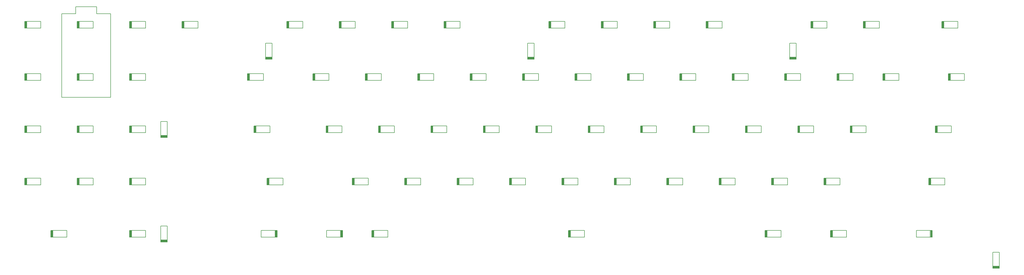
<source format=gto>
G04 #@! TF.GenerationSoftware,KiCad,Pcbnew,5.99.0-unknown-4f191ce2c7~125~ubuntu18.04.1*
G04 #@! TF.CreationDate,2021-04-25T15:12:41-05:00*
G04 #@! TF.ProjectId,southpawpcb,736f7574-6870-4617-9770-63622e6b6963,rev?*
G04 #@! TF.SameCoordinates,Original*
G04 #@! TF.FileFunction,Legend,Top*
G04 #@! TF.FilePolarity,Positive*
%FSLAX46Y46*%
G04 Gerber Fmt 4.6, Leading zero omitted, Abs format (unit mm)*
G04 Created by KiCad (PCBNEW 5.99.0-unknown-4f191ce2c7~125~ubuntu18.04.1) date 2021-04-25 15:12:41*
%MOMM*%
%LPD*%
G01*
G04 APERTURE LIST*
%ADD10C,0.200000*%
%ADD11C,0.150000*%
G04 APERTURE END LIST*
D10*
G04 #@! TO.C,D27*
X182981000Y475000D02*
X182981000Y2875000D01*
X182856000Y475000D02*
X182856000Y2875000D01*
X182756000Y2875000D02*
X182756000Y475000D01*
X183331000Y475000D02*
X183331000Y2875000D01*
X188581000Y475000D02*
X188581000Y2875000D01*
X183156000Y475000D02*
X183156000Y2875000D01*
X183506000Y475000D02*
X183506000Y2875000D01*
X182781000Y475000D02*
X188581000Y475000D01*
X188581000Y2875000D02*
X182781000Y2875000D01*
G04 #@! TO.C,D1*
X20856200Y19525000D02*
X26656200Y19525000D01*
X21581200Y19525000D02*
X21581200Y21925000D01*
X20831200Y21925000D02*
X20831200Y19525000D01*
X26656200Y21925000D02*
X20856200Y21925000D01*
X21406200Y19525000D02*
X21406200Y21925000D01*
X21231200Y19525000D02*
X21231200Y21925000D01*
X20931200Y19525000D02*
X20931200Y21925000D01*
X26656200Y19525000D02*
X26656200Y21925000D01*
X21056200Y19525000D02*
X21056200Y21925000D01*
G04 #@! TO.C,D41*
X130368000Y-16175000D02*
X130368000Y-18575000D01*
X131118000Y-18575000D02*
X131118000Y-16175000D01*
X136193000Y-18575000D02*
X136193000Y-16175000D01*
X130943000Y-18575000D02*
X130943000Y-16175000D01*
X130393000Y-18575000D02*
X136193000Y-18575000D01*
X136193000Y-16175000D02*
X130393000Y-16175000D01*
X130468000Y-18575000D02*
X130468000Y-16175000D01*
X130768000Y-18575000D02*
X130768000Y-16175000D01*
X130593000Y-18575000D02*
X130593000Y-16175000D01*
G04 #@! TO.C,D59*
X159169000Y-37625000D02*
X159169000Y-35225000D01*
X159694000Y-37625000D02*
X159694000Y-35225000D01*
X164769000Y-37625000D02*
X164769000Y-35225000D01*
X158944000Y-35225000D02*
X158944000Y-37625000D01*
X159519000Y-37625000D02*
X159519000Y-35225000D01*
X164769000Y-35225000D02*
X158969000Y-35225000D01*
X159044000Y-37625000D02*
X159044000Y-35225000D01*
X159344000Y-37625000D02*
X159344000Y-35225000D01*
X158969000Y-37625000D02*
X164769000Y-37625000D01*
G04 #@! TO.C,D24*
X125831000Y475000D02*
X125831000Y2875000D01*
X125706000Y475000D02*
X125706000Y2875000D01*
X126006000Y475000D02*
X126006000Y2875000D01*
X126181000Y475000D02*
X126181000Y2875000D01*
X126356000Y475000D02*
X126356000Y2875000D01*
X125631000Y475000D02*
X131431000Y475000D01*
X131431000Y475000D02*
X131431000Y2875000D01*
X131431000Y2875000D02*
X125631000Y2875000D01*
X125606000Y2875000D02*
X125606000Y475000D01*
G04 #@! TO.C,D35*
X332875000Y475000D02*
X332875000Y2875000D01*
X332775000Y2875000D02*
X332775000Y475000D01*
X333000000Y475000D02*
X333000000Y2875000D01*
X333175000Y475000D02*
X333175000Y2875000D01*
X332800000Y475000D02*
X338600000Y475000D01*
X338600000Y2875000D02*
X332800000Y2875000D01*
X333350000Y475000D02*
X333350000Y2875000D01*
X338600000Y475000D02*
X338600000Y2875000D01*
X333525000Y475000D02*
X333525000Y2875000D01*
G04 #@! TO.C,D30*
X240006000Y475000D02*
X240006000Y2875000D01*
X245731000Y475000D02*
X245731000Y2875000D01*
X240306000Y475000D02*
X240306000Y2875000D01*
X240656000Y475000D02*
X240656000Y2875000D01*
X240131000Y475000D02*
X240131000Y2875000D01*
X239906000Y2875000D02*
X239906000Y475000D01*
X239931000Y475000D02*
X245731000Y475000D01*
X240481000Y475000D02*
X240481000Y2875000D01*
X245731000Y2875000D02*
X239931000Y2875000D01*
G04 #@! TO.C,D33*
X302881000Y2875000D02*
X297081000Y2875000D01*
X297631000Y475000D02*
X297631000Y2875000D01*
X297056000Y2875000D02*
X297056000Y475000D01*
X297156000Y475000D02*
X297156000Y2875000D01*
X297806000Y475000D02*
X297806000Y2875000D01*
X297281000Y475000D02*
X297281000Y2875000D01*
X297081000Y475000D02*
X302881000Y475000D01*
X297456000Y475000D02*
X297456000Y2875000D01*
X302881000Y475000D02*
X302881000Y2875000D01*
G04 #@! TO.C,D73*
X147612000Y-56675000D02*
X147612000Y-54275000D01*
X147062000Y-56675000D02*
X152862000Y-56675000D01*
X152862000Y-56675000D02*
X152862000Y-54275000D01*
X147037000Y-54275000D02*
X147037000Y-56675000D01*
X147787000Y-56675000D02*
X147787000Y-54275000D01*
X147437000Y-56675000D02*
X147437000Y-54275000D01*
X147137000Y-56675000D02*
X147137000Y-54275000D01*
X152862000Y-54275000D02*
X147062000Y-54275000D01*
X147262000Y-56675000D02*
X147262000Y-54275000D01*
G04 #@! TO.C,D43*
X168868000Y-18575000D02*
X168868000Y-16175000D01*
X168468000Y-16175000D02*
X168468000Y-18575000D01*
X169043000Y-18575000D02*
X169043000Y-16175000D01*
X174293000Y-18575000D02*
X174293000Y-16175000D01*
X174293000Y-16175000D02*
X168493000Y-16175000D01*
X168568000Y-18575000D02*
X168568000Y-16175000D01*
X169218000Y-18575000D02*
X169218000Y-16175000D01*
X168493000Y-18575000D02*
X174293000Y-18575000D01*
X168693000Y-18575000D02*
X168693000Y-16175000D01*
G04 #@! TO.C,D5*
X110781000Y8925000D02*
X108381000Y8925000D01*
X110781000Y8400000D02*
X108381000Y8400000D01*
X108381000Y8175000D02*
X110781000Y8175000D01*
X108381000Y14000000D02*
X108381000Y8200000D01*
X110781000Y8750000D02*
X108381000Y8750000D01*
X110781000Y8275000D02*
X108381000Y8275000D01*
X110781000Y8575000D02*
X108381000Y8575000D01*
X110781000Y14000000D02*
X108381000Y14000000D01*
X110781000Y8200000D02*
X110781000Y14000000D01*
G04 #@! TO.C,D55*
X58956200Y-37625000D02*
X64756200Y-37625000D01*
X64756200Y-37625000D02*
X64756200Y-35225000D01*
X58931200Y-35225000D02*
X58931200Y-37625000D01*
X59681200Y-37625000D02*
X59681200Y-35225000D01*
X59156200Y-37625000D02*
X59156200Y-35225000D01*
X59506200Y-37625000D02*
X59506200Y-35225000D01*
X59031200Y-37625000D02*
X59031200Y-35225000D01*
X59331200Y-37625000D02*
X59331200Y-35225000D01*
X64756200Y-35225000D02*
X58956200Y-35225000D01*
G04 #@! TO.C,D29*
X221431000Y475000D02*
X221431000Y2875000D01*
X220956000Y475000D02*
X220956000Y2875000D01*
X220881000Y475000D02*
X226681000Y475000D01*
X221256000Y475000D02*
X221256000Y2875000D01*
X221081000Y475000D02*
X221081000Y2875000D01*
X226681000Y475000D02*
X226681000Y2875000D01*
X220856000Y2875000D02*
X220856000Y475000D01*
X221606000Y475000D02*
X221606000Y2875000D01*
X226681000Y2875000D02*
X220881000Y2875000D01*
G04 #@! TO.C,D63*
X235169000Y-37625000D02*
X240969000Y-37625000D01*
X235244000Y-37625000D02*
X235244000Y-35225000D01*
X235719000Y-37625000D02*
X235719000Y-35225000D01*
X235144000Y-35225000D02*
X235144000Y-37625000D01*
X240969000Y-35225000D02*
X235169000Y-35225000D01*
X235894000Y-37625000D02*
X235894000Y-35225000D01*
X235369000Y-37625000D02*
X235369000Y-35225000D01*
X240969000Y-37625000D02*
X240969000Y-35225000D01*
X235544000Y-37625000D02*
X235544000Y-35225000D01*
G04 #@! TO.C,D11*
X217156000Y19525000D02*
X217156000Y21925000D01*
X217156000Y21925000D02*
X211356000Y21925000D01*
X211356000Y19525000D02*
X217156000Y19525000D01*
X211731000Y19525000D02*
X211731000Y21925000D01*
X211431000Y19525000D02*
X211431000Y21925000D01*
X211331000Y21925000D02*
X211331000Y19525000D01*
X212081000Y19525000D02*
X212081000Y21925000D01*
X211906000Y19525000D02*
X211906000Y21925000D01*
X211556000Y19525000D02*
X211556000Y21925000D01*
G04 #@! TO.C,D51*
X326693000Y-18575000D02*
X326693000Y-16175000D01*
X320968000Y-18575000D02*
X320968000Y-16175000D01*
X326693000Y-16175000D02*
X320893000Y-16175000D01*
X320868000Y-16175000D02*
X320868000Y-18575000D01*
X320893000Y-18575000D02*
X326693000Y-18575000D01*
X321268000Y-18575000D02*
X321268000Y-16175000D01*
X321093000Y-18575000D02*
X321093000Y-16175000D01*
X321443000Y-18575000D02*
X321443000Y-16175000D01*
X321618000Y-18575000D02*
X321618000Y-16175000D01*
G04 #@! TO.C,D46*
X226018000Y-18575000D02*
X226018000Y-16175000D01*
X226193000Y-18575000D02*
X226193000Y-16175000D01*
X231443000Y-18575000D02*
X231443000Y-16175000D01*
X225718000Y-18575000D02*
X225718000Y-16175000D01*
X225643000Y-18575000D02*
X231443000Y-18575000D01*
X231443000Y-16175000D02*
X225643000Y-16175000D01*
X225618000Y-16175000D02*
X225618000Y-18575000D01*
X225843000Y-18575000D02*
X225843000Y-16175000D01*
X226368000Y-18575000D02*
X226368000Y-16175000D01*
G04 #@! TO.C,D44*
X187618000Y-18575000D02*
X187618000Y-16175000D01*
X193343000Y-16175000D02*
X187543000Y-16175000D01*
X193343000Y-18575000D02*
X193343000Y-16175000D01*
X188268000Y-18575000D02*
X188268000Y-16175000D01*
X187518000Y-16175000D02*
X187518000Y-18575000D01*
X187918000Y-18575000D02*
X187918000Y-16175000D01*
X188093000Y-18575000D02*
X188093000Y-16175000D01*
X187743000Y-18575000D02*
X187743000Y-16175000D01*
X187543000Y-18575000D02*
X193343000Y-18575000D01*
G04 #@! TO.C,D6*
X116481000Y19525000D02*
X116481000Y21925000D01*
X116181000Y19525000D02*
X116181000Y21925000D01*
X116106000Y19525000D02*
X121906000Y19525000D01*
X121906000Y19525000D02*
X121906000Y21925000D01*
X116306000Y19525000D02*
X116306000Y21925000D01*
X121906000Y21925000D02*
X116106000Y21925000D01*
X116831000Y19525000D02*
X116831000Y21925000D01*
X116656000Y19525000D02*
X116656000Y21925000D01*
X116081000Y21925000D02*
X116081000Y19525000D01*
G04 #@! TO.C,D66*
X292519000Y-37625000D02*
X292519000Y-35225000D01*
X298119000Y-35225000D02*
X292319000Y-35225000D01*
X298119000Y-37625000D02*
X298119000Y-35225000D01*
X293044000Y-37625000D02*
X293044000Y-35225000D01*
X292294000Y-35225000D02*
X292294000Y-37625000D01*
X292869000Y-37625000D02*
X292869000Y-35225000D01*
X292319000Y-37625000D02*
X298119000Y-37625000D01*
X292394000Y-37625000D02*
X292394000Y-35225000D01*
X292694000Y-37625000D02*
X292694000Y-35225000D01*
G04 #@! TO.C,D13*
X249831000Y19525000D02*
X249831000Y21925000D01*
X249531000Y19525000D02*
X249531000Y21925000D01*
X250181000Y19525000D02*
X250181000Y21925000D01*
X255256000Y21925000D02*
X249456000Y21925000D01*
X250006000Y19525000D02*
X250006000Y21925000D01*
X255256000Y19525000D02*
X255256000Y21925000D01*
X249656000Y19525000D02*
X249656000Y21925000D01*
X249431000Y21925000D02*
X249431000Y19525000D01*
X249456000Y19525000D02*
X255256000Y19525000D01*
G04 #@! TO.C,D28*
X202206000Y475000D02*
X202206000Y2875000D01*
X202031000Y475000D02*
X202031000Y2875000D01*
X201906000Y475000D02*
X201906000Y2875000D01*
X201831000Y475000D02*
X207631000Y475000D01*
X202381000Y475000D02*
X202381000Y2875000D01*
X201806000Y2875000D02*
X201806000Y475000D01*
X207631000Y475000D02*
X207631000Y2875000D01*
X207631000Y2875000D02*
X201831000Y2875000D01*
X202556000Y475000D02*
X202556000Y2875000D01*
G04 #@! TO.C,D8*
X160006000Y21925000D02*
X154206000Y21925000D01*
X160006000Y19525000D02*
X160006000Y21925000D01*
X154181000Y21925000D02*
X154181000Y19525000D01*
X154406000Y19525000D02*
X154406000Y21925000D01*
X154581000Y19525000D02*
X154581000Y21925000D01*
X154931000Y19525000D02*
X154931000Y21925000D01*
X154206000Y19525000D02*
X160006000Y19525000D01*
X154281000Y19525000D02*
X154281000Y21925000D01*
X154756000Y19525000D02*
X154756000Y21925000D01*
G04 #@! TO.C,D75*
X290012000Y-56675000D02*
X290012000Y-54275000D01*
X295737000Y-54275000D02*
X289937000Y-54275000D01*
X295737000Y-56675000D02*
X295737000Y-54275000D01*
X290487000Y-56675000D02*
X290487000Y-54275000D01*
X290137000Y-56675000D02*
X290137000Y-54275000D01*
X289937000Y-56675000D02*
X295737000Y-56675000D01*
X290662000Y-56675000D02*
X290662000Y-54275000D01*
X290312000Y-56675000D02*
X290312000Y-54275000D01*
X289912000Y-54275000D02*
X289912000Y-56675000D01*
G04 #@! TO.C,D70*
X58956200Y-56675000D02*
X64756200Y-56675000D01*
X58931200Y-54275000D02*
X58931200Y-56675000D01*
X64756200Y-54275000D02*
X58956200Y-54275000D01*
X59156200Y-56675000D02*
X59156200Y-54275000D01*
X59331200Y-56675000D02*
X59331200Y-54275000D01*
X64756200Y-56675000D02*
X64756200Y-54275000D01*
X59031200Y-56675000D02*
X59031200Y-54275000D01*
X59506200Y-56675000D02*
X59506200Y-54275000D01*
X59681200Y-56675000D02*
X59681200Y-54275000D01*
G04 #@! TO.C,D49*
X282868000Y-18575000D02*
X282868000Y-16175000D01*
X283168000Y-18575000D02*
X283168000Y-16175000D01*
X282793000Y-18575000D02*
X288593000Y-18575000D01*
X283518000Y-18575000D02*
X283518000Y-16175000D01*
X282993000Y-18575000D02*
X282993000Y-16175000D01*
X288593000Y-16175000D02*
X282793000Y-16175000D01*
X282768000Y-16175000D02*
X282768000Y-18575000D01*
X288593000Y-18575000D02*
X288593000Y-16175000D01*
X283343000Y-18575000D02*
X283343000Y-16175000D01*
G04 #@! TO.C,D76*
X313950000Y-56675000D02*
X313950000Y-54275000D01*
X314300000Y-56675000D02*
X314300000Y-54275000D01*
X313825000Y-56675000D02*
X313825000Y-54275000D01*
X313725000Y-54275000D02*
X313725000Y-56675000D01*
X314125000Y-56675000D02*
X314125000Y-54275000D01*
X319550000Y-54275000D02*
X313750000Y-54275000D01*
X314475000Y-56675000D02*
X314475000Y-54275000D01*
X313750000Y-56675000D02*
X319550000Y-56675000D01*
X319550000Y-56675000D02*
X319550000Y-54275000D01*
G04 #@! TO.C,D74*
X219050000Y-56675000D02*
X219050000Y-54275000D01*
X224300000Y-56675000D02*
X224300000Y-54275000D01*
X224300000Y-54275000D02*
X218500000Y-54275000D01*
X218875000Y-56675000D02*
X218875000Y-54275000D01*
X218700000Y-56675000D02*
X218700000Y-54275000D01*
X219225000Y-56675000D02*
X219225000Y-54275000D01*
X218575000Y-56675000D02*
X218575000Y-54275000D01*
X218500000Y-56675000D02*
X224300000Y-56675000D01*
X218475000Y-54275000D02*
X218475000Y-56675000D01*
G04 #@! TO.C,D64*
X260019000Y-35225000D02*
X254219000Y-35225000D01*
X254219000Y-37625000D02*
X260019000Y-37625000D01*
X254419000Y-37625000D02*
X254419000Y-35225000D01*
X260019000Y-37625000D02*
X260019000Y-35225000D01*
X254944000Y-37625000D02*
X254944000Y-35225000D01*
X254594000Y-37625000D02*
X254594000Y-35225000D01*
X254194000Y-35225000D02*
X254194000Y-37625000D01*
X254769000Y-37625000D02*
X254769000Y-35225000D01*
X254294000Y-37625000D02*
X254294000Y-35225000D01*
G04 #@! TO.C,D9*
X173631000Y19525000D02*
X173631000Y21925000D01*
X173331000Y19525000D02*
X173331000Y21925000D01*
X173256000Y19525000D02*
X179056000Y19525000D01*
X179056000Y21925000D02*
X173256000Y21925000D01*
X179056000Y19525000D02*
X179056000Y21925000D01*
X173981000Y19525000D02*
X173981000Y21925000D01*
X173806000Y19525000D02*
X173806000Y21925000D01*
X173231000Y21925000D02*
X173231000Y19525000D01*
X173456000Y19525000D02*
X173456000Y21925000D01*
G04 #@! TO.C,D31*
X259531000Y475000D02*
X259531000Y2875000D01*
X259181000Y475000D02*
X259181000Y2875000D01*
X259356000Y475000D02*
X259356000Y2875000D01*
X258981000Y475000D02*
X264781000Y475000D01*
X264781000Y2875000D02*
X258981000Y2875000D01*
X264781000Y475000D02*
X264781000Y2875000D01*
X258956000Y2875000D02*
X258956000Y475000D01*
X259056000Y475000D02*
X259056000Y2875000D01*
X259706000Y475000D02*
X259706000Y2875000D01*
G04 #@! TO.C,D32*
X278106000Y475000D02*
X278106000Y2875000D01*
X278756000Y475000D02*
X278756000Y2875000D01*
X278581000Y475000D02*
X278581000Y2875000D01*
X278031000Y475000D02*
X283831000Y475000D01*
X278006000Y2875000D02*
X278006000Y475000D01*
X283831000Y2875000D02*
X278031000Y2875000D01*
X283831000Y475000D02*
X283831000Y2875000D01*
X278406000Y475000D02*
X278406000Y2875000D01*
X278231000Y475000D02*
X278231000Y2875000D01*
G04 #@! TO.C,D17*
X325856000Y19525000D02*
X325856000Y21925000D01*
X325631000Y21925000D02*
X325631000Y19525000D01*
X331456000Y21925000D02*
X325656000Y21925000D01*
X326381000Y19525000D02*
X326381000Y21925000D01*
X331456000Y19525000D02*
X331456000Y21925000D01*
X325731000Y19525000D02*
X325731000Y21925000D01*
X325656000Y19525000D02*
X331456000Y19525000D01*
X326031000Y19525000D02*
X326031000Y21925000D01*
X326206000Y19525000D02*
X326206000Y21925000D01*
G04 #@! TO.C,D23*
X107619000Y475000D02*
X107619000Y2875000D01*
X102544000Y475000D02*
X102544000Y2875000D01*
X101794000Y2875000D02*
X101794000Y475000D01*
X107619000Y2875000D02*
X101819000Y2875000D01*
X102194000Y475000D02*
X102194000Y2875000D01*
X101894000Y475000D02*
X101894000Y2875000D01*
X102019000Y475000D02*
X102019000Y2875000D01*
X102369000Y475000D02*
X102369000Y2875000D01*
X101819000Y475000D02*
X107619000Y475000D01*
G04 #@! TO.C,D56*
X70281200Y-52675000D02*
X70281200Y-58475000D01*
X72681200Y-58475000D02*
X72681200Y-52675000D01*
X72681200Y-58100000D02*
X70281200Y-58100000D01*
X72681200Y-58400000D02*
X70281200Y-58400000D01*
X72681200Y-57925000D02*
X70281200Y-57925000D01*
X72681200Y-57750000D02*
X70281200Y-57750000D01*
X72681200Y-52675000D02*
X70281200Y-52675000D01*
X70281200Y-58500000D02*
X72681200Y-58500000D01*
X72681200Y-58275000D02*
X70281200Y-58275000D01*
G04 #@! TO.C,D40*
X110000000Y-18575000D02*
X110000000Y-16175000D01*
X104750000Y-18575000D02*
X104750000Y-16175000D01*
X104175000Y-16175000D02*
X104175000Y-18575000D01*
X104400000Y-18575000D02*
X104400000Y-16175000D01*
X104200000Y-18575000D02*
X110000000Y-18575000D01*
X104575000Y-18575000D02*
X104575000Y-16175000D01*
X104275000Y-18575000D02*
X104275000Y-16175000D01*
X110000000Y-16175000D02*
X104200000Y-16175000D01*
X104925000Y-18575000D02*
X104925000Y-16175000D01*
G04 #@! TO.C,D69*
X36181200Y-54275000D02*
X30381200Y-54275000D01*
X30381200Y-56675000D02*
X36181200Y-56675000D01*
X30931200Y-56675000D02*
X30931200Y-54275000D01*
X30456200Y-56675000D02*
X30456200Y-54275000D01*
X30356200Y-54275000D02*
X30356200Y-56675000D01*
X31106200Y-56675000D02*
X31106200Y-54275000D01*
X36181200Y-56675000D02*
X36181200Y-54275000D01*
X30581200Y-56675000D02*
X30581200Y-54275000D01*
X30756200Y-56675000D02*
X30756200Y-54275000D01*
G04 #@! TO.C,D20*
X40456200Y475000D02*
X40456200Y2875000D01*
X45706200Y2875000D02*
X39906200Y2875000D01*
X39981200Y475000D02*
X39981200Y2875000D01*
X40106200Y475000D02*
X40106200Y2875000D01*
X40631200Y475000D02*
X40631200Y2875000D01*
X39906200Y475000D02*
X45706200Y475000D01*
X40281200Y475000D02*
X40281200Y2875000D01*
X45706200Y475000D02*
X45706200Y2875000D01*
X39881200Y2875000D02*
X39881200Y475000D01*
G04 #@! TO.C,D34*
X316206000Y475000D02*
X316206000Y2875000D01*
X316681000Y475000D02*
X316681000Y2875000D01*
X316506000Y475000D02*
X316506000Y2875000D01*
X316331000Y475000D02*
X316331000Y2875000D01*
X316856000Y475000D02*
X316856000Y2875000D01*
X321931000Y475000D02*
X321931000Y2875000D01*
X321931000Y2875000D02*
X316131000Y2875000D01*
X316106000Y2875000D02*
X316106000Y475000D01*
X316131000Y475000D02*
X321931000Y475000D01*
G04 #@! TO.C,D58*
X140294000Y-37625000D02*
X140294000Y-35225000D01*
X140644000Y-37625000D02*
X140644000Y-35225000D01*
X139994000Y-37625000D02*
X139994000Y-35225000D01*
X139919000Y-37625000D02*
X145719000Y-37625000D01*
X140469000Y-37625000D02*
X140469000Y-35225000D01*
X139894000Y-35225000D02*
X139894000Y-37625000D01*
X145719000Y-37625000D02*
X145719000Y-35225000D01*
X145719000Y-35225000D02*
X139919000Y-35225000D01*
X140119000Y-37625000D02*
X140119000Y-35225000D01*
G04 #@! TO.C,D12*
X230406000Y19525000D02*
X236206000Y19525000D01*
X236206000Y19525000D02*
X236206000Y21925000D01*
X236206000Y21925000D02*
X230406000Y21925000D01*
X230781000Y19525000D02*
X230781000Y21925000D01*
X230606000Y19525000D02*
X230606000Y21925000D01*
X231131000Y19525000D02*
X231131000Y21925000D01*
X230481000Y19525000D02*
X230481000Y21925000D01*
X230381000Y21925000D02*
X230381000Y19525000D01*
X230956000Y19525000D02*
X230956000Y21925000D01*
G04 #@! TO.C,D38*
X40106200Y-18575000D02*
X40106200Y-16175000D01*
X45706200Y-16175000D02*
X39906200Y-16175000D01*
X40456200Y-18575000D02*
X40456200Y-16175000D01*
X40281200Y-18575000D02*
X40281200Y-16175000D01*
X39981200Y-18575000D02*
X39981200Y-16175000D01*
X45706200Y-18575000D02*
X45706200Y-16175000D01*
X39881200Y-16175000D02*
X39881200Y-18575000D01*
X39906200Y-18575000D02*
X45706200Y-18575000D01*
X40631200Y-18575000D02*
X40631200Y-16175000D01*
G04 #@! TO.C,D18*
X354231000Y19525000D02*
X360031000Y19525000D01*
X354306000Y19525000D02*
X354306000Y21925000D01*
X354606000Y19525000D02*
X354606000Y21925000D01*
X360031000Y19525000D02*
X360031000Y21925000D01*
X354206000Y21925000D02*
X354206000Y19525000D01*
X360031000Y21925000D02*
X354231000Y21925000D01*
X354431000Y19525000D02*
X354431000Y21925000D01*
X354781000Y19525000D02*
X354781000Y21925000D01*
X354956000Y19525000D02*
X354956000Y21925000D01*
G04 #@! TO.C,D68*
X349469000Y-37625000D02*
X355269000Y-37625000D01*
X355269000Y-35225000D02*
X349469000Y-35225000D01*
X349544000Y-37625000D02*
X349544000Y-35225000D01*
X349444000Y-35225000D02*
X349444000Y-37625000D01*
X350194000Y-37625000D02*
X350194000Y-35225000D01*
X349844000Y-37625000D02*
X349844000Y-35225000D01*
X350019000Y-37625000D02*
X350019000Y-35225000D01*
X349669000Y-37625000D02*
X349669000Y-35225000D01*
X355269000Y-37625000D02*
X355269000Y-35225000D01*
G04 #@! TO.C,D14*
X269231000Y19525000D02*
X269231000Y21925000D01*
X274306000Y19525000D02*
X274306000Y21925000D01*
X268706000Y19525000D02*
X268706000Y21925000D01*
X268481000Y21925000D02*
X268481000Y19525000D01*
X268506000Y19525000D02*
X274306000Y19525000D01*
X274306000Y21925000D02*
X268506000Y21925000D01*
X268581000Y19525000D02*
X268581000Y21925000D01*
X268881000Y19525000D02*
X268881000Y21925000D01*
X269056000Y19525000D02*
X269056000Y21925000D01*
G04 #@! TO.C,D65*
X279069000Y-37625000D02*
X279069000Y-35225000D01*
X273469000Y-37625000D02*
X273469000Y-35225000D01*
X279069000Y-35225000D02*
X273269000Y-35225000D01*
X273644000Y-37625000D02*
X273644000Y-35225000D01*
X273994000Y-37625000D02*
X273994000Y-35225000D01*
X273819000Y-37625000D02*
X273819000Y-35225000D01*
X273344000Y-37625000D02*
X273344000Y-35225000D01*
X273244000Y-35225000D02*
X273244000Y-37625000D01*
X273269000Y-37625000D02*
X279069000Y-37625000D01*
G04 #@! TO.C,D37*
X26656200Y-16175000D02*
X20856200Y-16175000D01*
X20831200Y-16175000D02*
X20831200Y-18575000D01*
X21231200Y-18575000D02*
X21231200Y-16175000D01*
X20931200Y-18575000D02*
X20931200Y-16175000D01*
X21406200Y-18575000D02*
X21406200Y-16175000D01*
X26656200Y-18575000D02*
X26656200Y-16175000D01*
X21056200Y-18575000D02*
X21056200Y-16175000D01*
X21581200Y-18575000D02*
X21581200Y-16175000D01*
X20856200Y-18575000D02*
X26656200Y-18575000D01*
G04 #@! TO.C,D52*
X351925000Y-18575000D02*
X351925000Y-16175000D01*
X357650000Y-16175000D02*
X351850000Y-16175000D01*
X351850000Y-18575000D02*
X357650000Y-18575000D01*
X352050000Y-18575000D02*
X352050000Y-16175000D01*
X357650000Y-18575000D02*
X357650000Y-16175000D01*
X352575000Y-18575000D02*
X352575000Y-16175000D01*
X351825000Y-16175000D02*
X351825000Y-18575000D01*
X352225000Y-18575000D02*
X352225000Y-16175000D01*
X352400000Y-18575000D02*
X352400000Y-16175000D01*
G04 #@! TO.C,D61*
X202869000Y-37625000D02*
X202869000Y-35225000D01*
X197794000Y-37625000D02*
X197794000Y-35225000D01*
X197269000Y-37625000D02*
X197269000Y-35225000D01*
X202869000Y-35225000D02*
X197069000Y-35225000D01*
X197619000Y-37625000D02*
X197619000Y-35225000D01*
X197069000Y-37625000D02*
X202869000Y-37625000D01*
X197044000Y-35225000D02*
X197044000Y-37625000D01*
X197444000Y-37625000D02*
X197444000Y-35225000D01*
X197144000Y-37625000D02*
X197144000Y-35225000D01*
G04 #@! TO.C,D62*
X216494000Y-37625000D02*
X216494000Y-35225000D01*
X221919000Y-37625000D02*
X221919000Y-35225000D01*
X216844000Y-37625000D02*
X216844000Y-35225000D01*
X221919000Y-35225000D02*
X216119000Y-35225000D01*
X216669000Y-37625000D02*
X216669000Y-35225000D01*
X216194000Y-37625000D02*
X216194000Y-35225000D01*
X216119000Y-37625000D02*
X221919000Y-37625000D01*
X216319000Y-37625000D02*
X216319000Y-35225000D01*
X216094000Y-35225000D02*
X216094000Y-37625000D01*
G04 #@! TO.C,D36*
X356987000Y475000D02*
X356987000Y2875000D01*
X356812000Y475000D02*
X356812000Y2875000D01*
X357162000Y475000D02*
X357162000Y2875000D01*
X362412000Y475000D02*
X362412000Y2875000D01*
X357337000Y475000D02*
X357337000Y2875000D01*
X362412000Y2875000D02*
X356612000Y2875000D01*
X356687000Y475000D02*
X356687000Y2875000D01*
X356587000Y2875000D02*
X356587000Y475000D01*
X356612000Y475000D02*
X362412000Y475000D01*
G04 #@! TO.C,D67*
X311569000Y-37625000D02*
X311569000Y-35225000D01*
X317169000Y-37625000D02*
X317169000Y-35225000D01*
X311444000Y-37625000D02*
X311444000Y-35225000D01*
X311919000Y-37625000D02*
X311919000Y-35225000D01*
X311744000Y-37625000D02*
X311744000Y-35225000D01*
X311344000Y-35225000D02*
X311344000Y-37625000D01*
X317169000Y-35225000D02*
X311369000Y-35225000D01*
X311369000Y-37625000D02*
X317169000Y-37625000D01*
X312094000Y-37625000D02*
X312094000Y-35225000D01*
G04 #@! TO.C,D15*
X301281000Y8275000D02*
X298881000Y8275000D01*
X301281000Y8400000D02*
X298881000Y8400000D01*
X301281000Y8750000D02*
X298881000Y8750000D01*
X301281000Y8575000D02*
X298881000Y8575000D01*
X301281000Y8200000D02*
X301281000Y14000000D01*
X298881000Y14000000D02*
X298881000Y8200000D01*
X298881000Y8175000D02*
X301281000Y8175000D01*
X301281000Y8925000D02*
X298881000Y8925000D01*
X301281000Y14000000D02*
X298881000Y14000000D01*
G04 #@! TO.C,D47*
X244768000Y-18575000D02*
X244768000Y-16175000D01*
X250493000Y-16175000D02*
X244693000Y-16175000D01*
X244668000Y-16175000D02*
X244668000Y-18575000D01*
X250493000Y-18575000D02*
X250493000Y-16175000D01*
X244693000Y-18575000D02*
X250493000Y-18575000D01*
X244893000Y-18575000D02*
X244893000Y-16175000D01*
X245068000Y-18575000D02*
X245068000Y-16175000D01*
X245418000Y-18575000D02*
X245418000Y-16175000D01*
X245243000Y-18575000D02*
X245243000Y-16175000D01*
G04 #@! TO.C,D57*
X109337000Y-37625000D02*
X109337000Y-35225000D01*
X109687000Y-37625000D02*
X109687000Y-35225000D01*
X109512000Y-37625000D02*
X109512000Y-35225000D01*
X108962000Y-37625000D02*
X114762000Y-37625000D01*
X108937000Y-35225000D02*
X108937000Y-37625000D01*
X114762000Y-35225000D02*
X108962000Y-35225000D01*
X114762000Y-37625000D02*
X114762000Y-35225000D01*
X109037000Y-37625000D02*
X109037000Y-35225000D01*
X109162000Y-37625000D02*
X109162000Y-35225000D01*
G04 #@! TO.C,D19*
X26656200Y2875000D02*
X20856200Y2875000D01*
X26656200Y475000D02*
X26656200Y2875000D01*
X20931200Y475000D02*
X20931200Y2875000D01*
X20831200Y2875000D02*
X20831200Y475000D01*
X21231200Y475000D02*
X21231200Y2875000D01*
X21056200Y475000D02*
X21056200Y2875000D01*
X20856200Y475000D02*
X26656200Y475000D01*
X21406200Y475000D02*
X21406200Y2875000D01*
X21581200Y475000D02*
X21581200Y2875000D01*
G04 #@! TO.C,D54*
X45706200Y-37625000D02*
X45706200Y-35225000D01*
X40106200Y-37625000D02*
X40106200Y-35225000D01*
X45706200Y-35225000D02*
X39906200Y-35225000D01*
X39906200Y-37625000D02*
X45706200Y-37625000D01*
X40281200Y-37625000D02*
X40281200Y-35225000D01*
X39981200Y-37625000D02*
X39981200Y-35225000D01*
X39881200Y-35225000D02*
X39881200Y-37625000D01*
X40631200Y-37625000D02*
X40631200Y-35225000D01*
X40456200Y-37625000D02*
X40456200Y-35225000D01*
G04 #@! TO.C,D10*
X203631000Y14000000D02*
X203631000Y8200000D01*
X206031000Y8575000D02*
X203631000Y8575000D01*
X206031000Y8925000D02*
X203631000Y8925000D01*
X206031000Y8200000D02*
X206031000Y14000000D01*
X206031000Y14000000D02*
X203631000Y14000000D01*
X203631000Y8175000D02*
X206031000Y8175000D01*
X206031000Y8275000D02*
X203631000Y8275000D01*
X206031000Y8750000D02*
X203631000Y8750000D01*
X206031000Y8400000D02*
X203631000Y8400000D01*
G04 #@! TO.C,D22*
X72681200Y-20175000D02*
X70281200Y-20175000D01*
X70281200Y-14575000D02*
X70281200Y-20375000D01*
X72681200Y-20300000D02*
X70281200Y-20300000D01*
X72681200Y-19825000D02*
X70281200Y-19825000D01*
X72681200Y-20375000D02*
X72681200Y-14575000D01*
X72681200Y-14575000D02*
X70281200Y-14575000D01*
X70281200Y-20400000D02*
X72681200Y-20400000D01*
X72681200Y-19650000D02*
X70281200Y-19650000D01*
X72681200Y-20000000D02*
X70281200Y-20000000D01*
G04 #@! TO.C,D16*
X306606000Y19525000D02*
X312406000Y19525000D01*
X306681000Y19525000D02*
X306681000Y21925000D01*
X307331000Y19525000D02*
X307331000Y21925000D01*
X306806000Y19525000D02*
X306806000Y21925000D01*
X312406000Y21925000D02*
X306606000Y21925000D01*
X306581000Y21925000D02*
X306581000Y19525000D01*
X306981000Y19525000D02*
X306981000Y21925000D01*
X307156000Y19525000D02*
X307156000Y21925000D01*
X312406000Y19525000D02*
X312406000Y21925000D01*
G04 #@! TO.C,D45*
X206593000Y-18575000D02*
X212393000Y-18575000D01*
X206968000Y-18575000D02*
X206968000Y-16175000D01*
X212393000Y-16175000D02*
X206593000Y-16175000D01*
X206668000Y-18575000D02*
X206668000Y-16175000D01*
X206568000Y-16175000D02*
X206568000Y-18575000D01*
X207143000Y-18575000D02*
X207143000Y-16175000D01*
X207318000Y-18575000D02*
X207318000Y-16175000D01*
X212393000Y-18575000D02*
X212393000Y-16175000D01*
X206793000Y-18575000D02*
X206793000Y-16175000D01*
G04 #@! TO.C,D77*
X350731000Y-56675000D02*
X350731000Y-54275000D01*
X344906000Y-56675000D02*
X350706000Y-56675000D01*
X350706000Y-54275000D02*
X344906000Y-54275000D01*
X349981000Y-54275000D02*
X349981000Y-56675000D01*
X344906000Y-54275000D02*
X344906000Y-56675000D01*
X350631000Y-54275000D02*
X350631000Y-56675000D01*
X350331000Y-54275000D02*
X350331000Y-56675000D01*
X350506000Y-54275000D02*
X350506000Y-56675000D01*
X350156000Y-54275000D02*
X350156000Y-56675000D01*
G04 #@! TO.C,D78*
X372700000Y-68025000D02*
X375100000Y-68025000D01*
X375100000Y-67800000D02*
X372700000Y-67800000D01*
X375100000Y-67925000D02*
X372700000Y-67925000D01*
X375100000Y-67625000D02*
X372700000Y-67625000D01*
X375100000Y-68000000D02*
X375100000Y-62200000D01*
X375100000Y-67450000D02*
X372700000Y-67450000D01*
X375100000Y-62200000D02*
X372700000Y-62200000D01*
X372700000Y-62200000D02*
X372700000Y-68000000D01*
X375100000Y-67275000D02*
X372700000Y-67275000D01*
G04 #@! TO.C,D71*
X112206000Y-54275000D02*
X112206000Y-56675000D01*
X106781000Y-54275000D02*
X106781000Y-56675000D01*
X112581000Y-54275000D02*
X106781000Y-54275000D01*
X112506000Y-54275000D02*
X112506000Y-56675000D01*
X112381000Y-54275000D02*
X112381000Y-56675000D01*
X112606000Y-56675000D02*
X112606000Y-54275000D01*
X106781000Y-56675000D02*
X112581000Y-56675000D01*
X112031000Y-54275000D02*
X112031000Y-56675000D01*
X111856000Y-54275000D02*
X111856000Y-56675000D01*
G04 #@! TO.C,D25*
X145056000Y475000D02*
X145056000Y2875000D01*
X145406000Y475000D02*
X145406000Y2875000D01*
X144656000Y2875000D02*
X144656000Y475000D01*
X144881000Y475000D02*
X144881000Y2875000D01*
X145231000Y475000D02*
X145231000Y2875000D01*
X150481000Y2875000D02*
X144681000Y2875000D01*
X150481000Y475000D02*
X150481000Y2875000D01*
X144681000Y475000D02*
X150481000Y475000D01*
X144756000Y475000D02*
X144756000Y2875000D01*
G04 #@! TO.C,D3*
X59506200Y19525000D02*
X59506200Y21925000D01*
X59681200Y19525000D02*
X59681200Y21925000D01*
X58956200Y19525000D02*
X64756200Y19525000D01*
X59156200Y19525000D02*
X59156200Y21925000D01*
X58931200Y21925000D02*
X58931200Y19525000D01*
X64756200Y21925000D02*
X58956200Y21925000D01*
X64756200Y19525000D02*
X64756200Y21925000D01*
X59331200Y19525000D02*
X59331200Y21925000D01*
X59031200Y19525000D02*
X59031200Y21925000D01*
G04 #@! TO.C,D4*
X78081200Y19525000D02*
X78081200Y21925000D01*
X78206200Y19525000D02*
X78206200Y21925000D01*
X78381200Y19525000D02*
X78381200Y21925000D01*
X78731200Y19525000D02*
X78731200Y21925000D01*
X78556200Y19525000D02*
X78556200Y21925000D01*
X77981200Y21925000D02*
X77981200Y19525000D01*
X83806200Y21925000D02*
X78006200Y21925000D01*
X83806200Y19525000D02*
X83806200Y21925000D01*
X78006200Y19525000D02*
X83806200Y19525000D01*
G04 #@! TO.C,D42*
X149518000Y-18575000D02*
X149518000Y-16175000D01*
X149818000Y-18575000D02*
X149818000Y-16175000D01*
X149643000Y-18575000D02*
X149643000Y-16175000D01*
X155243000Y-16175000D02*
X149443000Y-16175000D01*
X155243000Y-18575000D02*
X155243000Y-16175000D01*
X149443000Y-18575000D02*
X155243000Y-18575000D01*
X150168000Y-18575000D02*
X150168000Y-16175000D01*
X149993000Y-18575000D02*
X149993000Y-16175000D01*
X149418000Y-16175000D02*
X149418000Y-18575000D01*
G04 #@! TO.C,D60*
X178219000Y-37625000D02*
X178219000Y-35225000D01*
X177994000Y-35225000D02*
X177994000Y-37625000D01*
X178094000Y-37625000D02*
X178094000Y-35225000D01*
X183819000Y-37625000D02*
X183819000Y-35225000D01*
X183819000Y-35225000D02*
X178019000Y-35225000D01*
X178394000Y-37625000D02*
X178394000Y-35225000D01*
X178744000Y-37625000D02*
X178744000Y-35225000D01*
X178019000Y-37625000D02*
X183819000Y-37625000D01*
X178569000Y-37625000D02*
X178569000Y-35225000D01*
G04 #@! TO.C,D26*
X169531000Y2875000D02*
X163731000Y2875000D01*
X163731000Y475000D02*
X169531000Y475000D01*
X164456000Y475000D02*
X164456000Y2875000D01*
X163931000Y475000D02*
X163931000Y2875000D01*
X163706000Y2875000D02*
X163706000Y475000D01*
X164106000Y475000D02*
X164106000Y2875000D01*
X164281000Y475000D02*
X164281000Y2875000D01*
X169531000Y475000D02*
X169531000Y2875000D01*
X163806000Y475000D02*
X163806000Y2875000D01*
G04 #@! TO.C,D53*
X21231200Y-37625000D02*
X21231200Y-35225000D01*
X26656200Y-35225000D02*
X20856200Y-35225000D01*
X21581200Y-37625000D02*
X21581200Y-35225000D01*
X26656200Y-37625000D02*
X26656200Y-35225000D01*
X20931200Y-37625000D02*
X20931200Y-35225000D01*
X21406200Y-37625000D02*
X21406200Y-35225000D01*
X21056200Y-37625000D02*
X21056200Y-35225000D01*
X20831200Y-35225000D02*
X20831200Y-37625000D01*
X20856200Y-37625000D02*
X26656200Y-37625000D01*
G04 #@! TO.C,D21*
X59681200Y475000D02*
X59681200Y2875000D01*
X59331200Y475000D02*
X59331200Y2875000D01*
X59031200Y475000D02*
X59031200Y2875000D01*
X59156200Y475000D02*
X59156200Y2875000D01*
X64756200Y2875000D02*
X58956200Y2875000D01*
X59506200Y475000D02*
X59506200Y2875000D01*
X58956200Y475000D02*
X64756200Y475000D01*
X58931200Y2875000D02*
X58931200Y475000D01*
X64756200Y475000D02*
X64756200Y2875000D01*
G04 #@! TO.C,D50*
X302218000Y-18575000D02*
X302218000Y-16175000D01*
X301843000Y-18575000D02*
X307643000Y-18575000D01*
X301818000Y-16175000D02*
X301818000Y-18575000D01*
X307643000Y-16175000D02*
X301843000Y-16175000D01*
X307643000Y-18575000D02*
X307643000Y-16175000D01*
X302043000Y-18575000D02*
X302043000Y-16175000D01*
X301918000Y-18575000D02*
X301918000Y-16175000D01*
X302393000Y-18575000D02*
X302393000Y-16175000D01*
X302568000Y-18575000D02*
X302568000Y-16175000D01*
G04 #@! TO.C,D2*
X40106200Y19525000D02*
X40106200Y21925000D01*
X39906200Y19525000D02*
X45706200Y19525000D01*
X40456200Y19525000D02*
X40456200Y21925000D01*
X40631200Y19525000D02*
X40631200Y21925000D01*
X45706200Y19525000D02*
X45706200Y21925000D01*
X40281200Y19525000D02*
X40281200Y21925000D01*
X39881200Y21925000D02*
X39881200Y19525000D01*
X39981200Y19525000D02*
X39981200Y21925000D01*
X45706200Y21925000D02*
X39906200Y21925000D01*
G04 #@! TO.C,D39*
X59031200Y-18575000D02*
X59031200Y-16175000D01*
X59506200Y-18575000D02*
X59506200Y-16175000D01*
X58956200Y-18575000D02*
X64756200Y-18575000D01*
X59156200Y-18575000D02*
X59156200Y-16175000D01*
X59681200Y-18575000D02*
X59681200Y-16175000D01*
X58931200Y-16175000D02*
X58931200Y-18575000D01*
X59331200Y-18575000D02*
X59331200Y-16175000D01*
X64756200Y-18575000D02*
X64756200Y-16175000D01*
X64756200Y-16175000D02*
X58956200Y-16175000D01*
G04 #@! TO.C,D72*
X136393000Y-54275000D02*
X130593000Y-54275000D01*
X135668000Y-54275000D02*
X135668000Y-56675000D01*
X130593000Y-54275000D02*
X130593000Y-56675000D01*
X136018000Y-54275000D02*
X136018000Y-56675000D01*
X130593000Y-56675000D02*
X136393000Y-56675000D01*
X135843000Y-54275000D02*
X135843000Y-56675000D01*
X136318000Y-54275000D02*
X136318000Y-56675000D01*
X136418000Y-56675000D02*
X136418000Y-54275000D01*
X136193000Y-54275000D02*
X136193000Y-56675000D01*
G04 #@! TO.C,D48*
X263743000Y-18575000D02*
X269543000Y-18575000D01*
X269543000Y-16175000D02*
X263743000Y-16175000D01*
X263943000Y-18575000D02*
X263943000Y-16175000D01*
X264118000Y-18575000D02*
X264118000Y-16175000D01*
X264468000Y-18575000D02*
X264468000Y-16175000D01*
X263718000Y-16175000D02*
X263718000Y-18575000D01*
X264293000Y-18575000D02*
X264293000Y-16175000D01*
X269543000Y-18575000D02*
X269543000Y-16175000D01*
X263818000Y-18575000D02*
X263818000Y-16175000D01*
G04 #@! TO.C,D7*
X135156000Y19525000D02*
X140956000Y19525000D01*
X135881000Y19525000D02*
X135881000Y21925000D01*
X135231000Y19525000D02*
X135231000Y21925000D01*
X135356000Y19525000D02*
X135356000Y21925000D01*
X135531000Y19525000D02*
X135531000Y21925000D01*
X140956000Y21925000D02*
X135156000Y21925000D01*
X135706000Y19525000D02*
X135706000Y21925000D01*
X140956000Y19525000D02*
X140956000Y21925000D01*
X135131000Y21925000D02*
X135131000Y19525000D01*
D11*
G04 #@! TO.C,U1*
X34290000Y24727600D02*
X34290000Y-5752400D01*
X39370000Y24727600D02*
X34290000Y24727600D01*
X52070000Y24727600D02*
X46990000Y24727600D01*
X39370000Y27267600D02*
X39370000Y24727600D01*
X46990000Y24727600D02*
X46990000Y27267600D01*
X34290000Y-5752400D02*
X52070000Y-5752400D01*
X46990000Y27267600D02*
X39370000Y27267600D01*
X52070000Y-5752400D02*
X52070000Y24727600D01*
G04 #@! TD*
M02*

</source>
